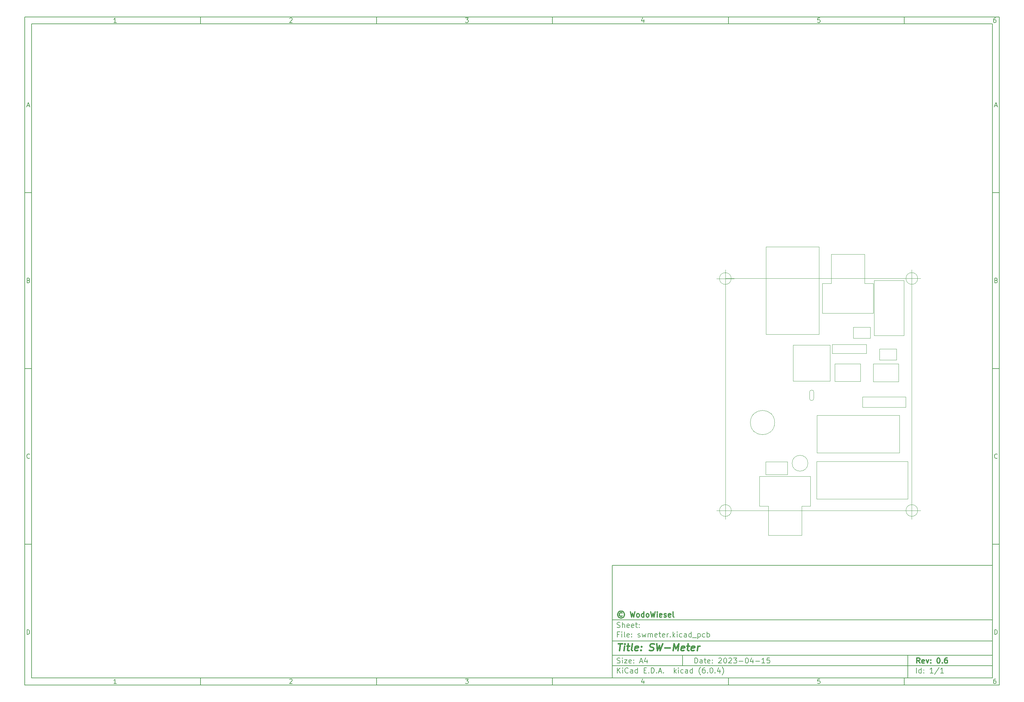
<source format=gbr>
%TF.GenerationSoftware,KiCad,Pcbnew,(6.0.4)*%
%TF.CreationDate,2023-10-13T17:31:40+02:00*%
%TF.ProjectId,swmeter,73776d65-7465-4722-9e6b-696361645f70,0.6*%
%TF.SameCoordinates,PXc773920PY8f69de0*%
%TF.FileFunction,Other,User*%
%FSLAX46Y46*%
G04 Gerber Fmt 4.6, Leading zero omitted, Abs format (unit mm)*
G04 Created by KiCad (PCBNEW (6.0.4)) date 2023-10-13 17:31:40*
%MOMM*%
%LPD*%
G01*
G04 APERTURE LIST*
%ADD10C,0.100000*%
%ADD11C,0.150000*%
%ADD12C,0.300000*%
%ADD13C,0.400000*%
%TA.AperFunction,Profile*%
%ADD14C,0.100000*%
%TD*%
%ADD15C,0.050000*%
G04 APERTURE END LIST*
D10*
D11*
X-32137800Y-15627200D02*
X-32137800Y-47627200D01*
X75862200Y-47627200D01*
X75862200Y-15627200D01*
X-32137800Y-15627200D01*
D10*
D11*
X-199140000Y140380000D02*
X-199140000Y-49627200D01*
X77862200Y-49627200D01*
X77862200Y140380000D01*
X-199140000Y140380000D01*
D10*
D11*
X-197140000Y138380000D02*
X-197140000Y-47627200D01*
X75862200Y-47627200D01*
X75862200Y138380000D01*
X-197140000Y138380000D01*
D10*
D11*
X-149140000Y138380000D02*
X-149140000Y140380000D01*
D10*
D11*
X-99140000Y138380000D02*
X-99140000Y140380000D01*
D10*
D11*
X-49140000Y138380000D02*
X-49140000Y140380000D01*
D10*
D11*
X860000Y138380000D02*
X860000Y140380000D01*
D10*
D11*
X50860000Y138380000D02*
X50860000Y140380000D01*
D10*
D11*
X-173074524Y138791905D02*
X-173817381Y138791905D01*
X-173445953Y138791905D02*
X-173445953Y140091905D01*
X-173569762Y139906191D01*
X-173693572Y139782381D01*
X-173817381Y139720477D01*
D10*
D11*
X-123817381Y139968096D02*
X-123755477Y140030000D01*
X-123631667Y140091905D01*
X-123322143Y140091905D01*
X-123198334Y140030000D01*
X-123136429Y139968096D01*
X-123074524Y139844286D01*
X-123074524Y139720477D01*
X-123136429Y139534762D01*
X-123879286Y138791905D01*
X-123074524Y138791905D01*
D10*
D11*
X-73879286Y140091905D02*
X-73074524Y140091905D01*
X-73507858Y139596667D01*
X-73322143Y139596667D01*
X-73198334Y139534762D01*
X-73136429Y139472858D01*
X-73074524Y139349048D01*
X-73074524Y139039524D01*
X-73136429Y138915715D01*
X-73198334Y138853810D01*
X-73322143Y138791905D01*
X-73693572Y138791905D01*
X-73817381Y138853810D01*
X-73879286Y138915715D01*
D10*
D11*
X-23198334Y139658572D02*
X-23198334Y138791905D01*
X-23507858Y140153810D02*
X-23817381Y139225239D01*
X-23012620Y139225239D01*
D10*
D11*
X26863571Y140091905D02*
X26244523Y140091905D01*
X26182619Y139472858D01*
X26244523Y139534762D01*
X26368333Y139596667D01*
X26677857Y139596667D01*
X26801666Y139534762D01*
X26863571Y139472858D01*
X26925476Y139349048D01*
X26925476Y139039524D01*
X26863571Y138915715D01*
X26801666Y138853810D01*
X26677857Y138791905D01*
X26368333Y138791905D01*
X26244523Y138853810D01*
X26182619Y138915715D01*
D10*
D11*
X76801666Y140091905D02*
X76554047Y140091905D01*
X76430238Y140030000D01*
X76368333Y139968096D01*
X76244523Y139782381D01*
X76182619Y139534762D01*
X76182619Y139039524D01*
X76244523Y138915715D01*
X76306428Y138853810D01*
X76430238Y138791905D01*
X76677857Y138791905D01*
X76801666Y138853810D01*
X76863571Y138915715D01*
X76925476Y139039524D01*
X76925476Y139349048D01*
X76863571Y139472858D01*
X76801666Y139534762D01*
X76677857Y139596667D01*
X76430238Y139596667D01*
X76306428Y139534762D01*
X76244523Y139472858D01*
X76182619Y139349048D01*
D10*
D11*
X-149140000Y-47627200D02*
X-149140000Y-49627200D01*
D10*
D11*
X-99140000Y-47627200D02*
X-99140000Y-49627200D01*
D10*
D11*
X-49140000Y-47627200D02*
X-49140000Y-49627200D01*
D10*
D11*
X860000Y-47627200D02*
X860000Y-49627200D01*
D10*
D11*
X50860000Y-47627200D02*
X50860000Y-49627200D01*
D10*
D11*
X-173074524Y-49215295D02*
X-173817381Y-49215295D01*
X-173445953Y-49215295D02*
X-173445953Y-47915295D01*
X-173569762Y-48101009D01*
X-173693572Y-48224819D01*
X-173817381Y-48286723D01*
D10*
D11*
X-123817381Y-48039104D02*
X-123755477Y-47977200D01*
X-123631667Y-47915295D01*
X-123322143Y-47915295D01*
X-123198334Y-47977200D01*
X-123136429Y-48039104D01*
X-123074524Y-48162914D01*
X-123074524Y-48286723D01*
X-123136429Y-48472438D01*
X-123879286Y-49215295D01*
X-123074524Y-49215295D01*
D10*
D11*
X-73879286Y-47915295D02*
X-73074524Y-47915295D01*
X-73507858Y-48410533D01*
X-73322143Y-48410533D01*
X-73198334Y-48472438D01*
X-73136429Y-48534342D01*
X-73074524Y-48658152D01*
X-73074524Y-48967676D01*
X-73136429Y-49091485D01*
X-73198334Y-49153390D01*
X-73322143Y-49215295D01*
X-73693572Y-49215295D01*
X-73817381Y-49153390D01*
X-73879286Y-49091485D01*
D10*
D11*
X-23198334Y-48348628D02*
X-23198334Y-49215295D01*
X-23507858Y-47853390D02*
X-23817381Y-48781961D01*
X-23012620Y-48781961D01*
D10*
D11*
X26863571Y-47915295D02*
X26244523Y-47915295D01*
X26182619Y-48534342D01*
X26244523Y-48472438D01*
X26368333Y-48410533D01*
X26677857Y-48410533D01*
X26801666Y-48472438D01*
X26863571Y-48534342D01*
X26925476Y-48658152D01*
X26925476Y-48967676D01*
X26863571Y-49091485D01*
X26801666Y-49153390D01*
X26677857Y-49215295D01*
X26368333Y-49215295D01*
X26244523Y-49153390D01*
X26182619Y-49091485D01*
D10*
D11*
X76801666Y-47915295D02*
X76554047Y-47915295D01*
X76430238Y-47977200D01*
X76368333Y-48039104D01*
X76244523Y-48224819D01*
X76182619Y-48472438D01*
X76182619Y-48967676D01*
X76244523Y-49091485D01*
X76306428Y-49153390D01*
X76430238Y-49215295D01*
X76677857Y-49215295D01*
X76801666Y-49153390D01*
X76863571Y-49091485D01*
X76925476Y-48967676D01*
X76925476Y-48658152D01*
X76863571Y-48534342D01*
X76801666Y-48472438D01*
X76677857Y-48410533D01*
X76430238Y-48410533D01*
X76306428Y-48472438D01*
X76244523Y-48534342D01*
X76182619Y-48658152D01*
D10*
D11*
X-199140000Y90380000D02*
X-197140000Y90380000D01*
D10*
D11*
X-199140000Y40380000D02*
X-197140000Y40380000D01*
D10*
D11*
X-199140000Y-9620000D02*
X-197140000Y-9620000D01*
D10*
D11*
X-198449524Y115163334D02*
X-197830477Y115163334D01*
X-198573334Y114791905D02*
X-198140000Y116091905D01*
X-197706667Y114791905D01*
D10*
D11*
X-198047143Y65472858D02*
X-197861429Y65410953D01*
X-197799524Y65349048D01*
X-197737620Y65225239D01*
X-197737620Y65039524D01*
X-197799524Y64915715D01*
X-197861429Y64853810D01*
X-197985239Y64791905D01*
X-198480477Y64791905D01*
X-198480477Y66091905D01*
X-198047143Y66091905D01*
X-197923334Y66030000D01*
X-197861429Y65968096D01*
X-197799524Y65844286D01*
X-197799524Y65720477D01*
X-197861429Y65596667D01*
X-197923334Y65534762D01*
X-198047143Y65472858D01*
X-198480477Y65472858D01*
D10*
D11*
X-197737620Y14915715D02*
X-197799524Y14853810D01*
X-197985239Y14791905D01*
X-198109048Y14791905D01*
X-198294762Y14853810D01*
X-198418572Y14977620D01*
X-198480477Y15101429D01*
X-198542381Y15349048D01*
X-198542381Y15534762D01*
X-198480477Y15782381D01*
X-198418572Y15906191D01*
X-198294762Y16030000D01*
X-198109048Y16091905D01*
X-197985239Y16091905D01*
X-197799524Y16030000D01*
X-197737620Y15968096D01*
D10*
D11*
X-198480477Y-35208095D02*
X-198480477Y-33908095D01*
X-198170953Y-33908095D01*
X-197985239Y-33970000D01*
X-197861429Y-34093809D01*
X-197799524Y-34217619D01*
X-197737620Y-34465238D01*
X-197737620Y-34650952D01*
X-197799524Y-34898571D01*
X-197861429Y-35022380D01*
X-197985239Y-35146190D01*
X-198170953Y-35208095D01*
X-198480477Y-35208095D01*
D10*
D11*
X77862200Y90380000D02*
X75862200Y90380000D01*
D10*
D11*
X77862200Y40380000D02*
X75862200Y40380000D01*
D10*
D11*
X77862200Y-9620000D02*
X75862200Y-9620000D01*
D10*
D11*
X76552676Y115163334D02*
X77171723Y115163334D01*
X76428866Y114791905D02*
X76862200Y116091905D01*
X77295533Y114791905D01*
D10*
D11*
X76955057Y65472858D02*
X77140771Y65410953D01*
X77202676Y65349048D01*
X77264580Y65225239D01*
X77264580Y65039524D01*
X77202676Y64915715D01*
X77140771Y64853810D01*
X77016961Y64791905D01*
X76521723Y64791905D01*
X76521723Y66091905D01*
X76955057Y66091905D01*
X77078866Y66030000D01*
X77140771Y65968096D01*
X77202676Y65844286D01*
X77202676Y65720477D01*
X77140771Y65596667D01*
X77078866Y65534762D01*
X76955057Y65472858D01*
X76521723Y65472858D01*
D10*
D11*
X77264580Y14915715D02*
X77202676Y14853810D01*
X77016961Y14791905D01*
X76893152Y14791905D01*
X76707438Y14853810D01*
X76583628Y14977620D01*
X76521723Y15101429D01*
X76459819Y15349048D01*
X76459819Y15534762D01*
X76521723Y15782381D01*
X76583628Y15906191D01*
X76707438Y16030000D01*
X76893152Y16091905D01*
X77016961Y16091905D01*
X77202676Y16030000D01*
X77264580Y15968096D01*
D10*
D11*
X76521723Y-35208095D02*
X76521723Y-33908095D01*
X76831247Y-33908095D01*
X77016961Y-33970000D01*
X77140771Y-34093809D01*
X77202676Y-34217619D01*
X77264580Y-34465238D01*
X77264580Y-34650952D01*
X77202676Y-34898571D01*
X77140771Y-35022380D01*
X77016961Y-35146190D01*
X76831247Y-35208095D01*
X76521723Y-35208095D01*
D10*
D11*
X-8705658Y-43405771D02*
X-8705658Y-41905771D01*
X-8348515Y-41905771D01*
X-8134229Y-41977200D01*
X-7991372Y-42120057D01*
X-7919943Y-42262914D01*
X-7848515Y-42548628D01*
X-7848515Y-42762914D01*
X-7919943Y-43048628D01*
X-7991372Y-43191485D01*
X-8134229Y-43334342D01*
X-8348515Y-43405771D01*
X-8705658Y-43405771D01*
X-6562800Y-43405771D02*
X-6562800Y-42620057D01*
X-6634229Y-42477200D01*
X-6777086Y-42405771D01*
X-7062800Y-42405771D01*
X-7205658Y-42477200D01*
X-6562800Y-43334342D02*
X-6705658Y-43405771D01*
X-7062800Y-43405771D01*
X-7205658Y-43334342D01*
X-7277086Y-43191485D01*
X-7277086Y-43048628D01*
X-7205658Y-42905771D01*
X-7062800Y-42834342D01*
X-6705658Y-42834342D01*
X-6562800Y-42762914D01*
X-6062800Y-42405771D02*
X-5491372Y-42405771D01*
X-5848515Y-41905771D02*
X-5848515Y-43191485D01*
X-5777086Y-43334342D01*
X-5634229Y-43405771D01*
X-5491372Y-43405771D01*
X-4419943Y-43334342D02*
X-4562800Y-43405771D01*
X-4848515Y-43405771D01*
X-4991372Y-43334342D01*
X-5062800Y-43191485D01*
X-5062800Y-42620057D01*
X-4991372Y-42477200D01*
X-4848515Y-42405771D01*
X-4562800Y-42405771D01*
X-4419943Y-42477200D01*
X-4348515Y-42620057D01*
X-4348515Y-42762914D01*
X-5062800Y-42905771D01*
X-3705658Y-43262914D02*
X-3634229Y-43334342D01*
X-3705658Y-43405771D01*
X-3777086Y-43334342D01*
X-3705658Y-43262914D01*
X-3705658Y-43405771D01*
X-3705658Y-42477200D02*
X-3634229Y-42548628D01*
X-3705658Y-42620057D01*
X-3777086Y-42548628D01*
X-3705658Y-42477200D01*
X-3705658Y-42620057D01*
X-1919943Y-42048628D02*
X-1848515Y-41977200D01*
X-1705658Y-41905771D01*
X-1348515Y-41905771D01*
X-1205658Y-41977200D01*
X-1134229Y-42048628D01*
X-1062800Y-42191485D01*
X-1062800Y-42334342D01*
X-1134229Y-42548628D01*
X-1991372Y-43405771D01*
X-1062800Y-43405771D01*
X-134229Y-41905771D02*
X8628Y-41905771D01*
X151485Y-41977200D01*
X222914Y-42048628D01*
X294342Y-42191485D01*
X365771Y-42477200D01*
X365771Y-42834342D01*
X294342Y-43120057D01*
X222914Y-43262914D01*
X151485Y-43334342D01*
X8628Y-43405771D01*
X-134229Y-43405771D01*
X-277086Y-43334342D01*
X-348515Y-43262914D01*
X-419943Y-43120057D01*
X-491372Y-42834342D01*
X-491372Y-42477200D01*
X-419943Y-42191485D01*
X-348515Y-42048628D01*
X-277086Y-41977200D01*
X-134229Y-41905771D01*
X937200Y-42048628D02*
X1008628Y-41977200D01*
X1151485Y-41905771D01*
X1508628Y-41905771D01*
X1651485Y-41977200D01*
X1722914Y-42048628D01*
X1794342Y-42191485D01*
X1794342Y-42334342D01*
X1722914Y-42548628D01*
X865771Y-43405771D01*
X1794342Y-43405771D01*
X2294342Y-41905771D02*
X3222914Y-41905771D01*
X2722914Y-42477200D01*
X2937200Y-42477200D01*
X3080057Y-42548628D01*
X3151485Y-42620057D01*
X3222914Y-42762914D01*
X3222914Y-43120057D01*
X3151485Y-43262914D01*
X3080057Y-43334342D01*
X2937200Y-43405771D01*
X2508628Y-43405771D01*
X2365771Y-43334342D01*
X2294342Y-43262914D01*
X3865771Y-42834342D02*
X5008628Y-42834342D01*
X6008628Y-41905771D02*
X6151485Y-41905771D01*
X6294342Y-41977200D01*
X6365771Y-42048628D01*
X6437200Y-42191485D01*
X6508628Y-42477200D01*
X6508628Y-42834342D01*
X6437200Y-43120057D01*
X6365771Y-43262914D01*
X6294342Y-43334342D01*
X6151485Y-43405771D01*
X6008628Y-43405771D01*
X5865771Y-43334342D01*
X5794342Y-43262914D01*
X5722914Y-43120057D01*
X5651485Y-42834342D01*
X5651485Y-42477200D01*
X5722914Y-42191485D01*
X5794342Y-42048628D01*
X5865771Y-41977200D01*
X6008628Y-41905771D01*
X7794342Y-42405771D02*
X7794342Y-43405771D01*
X7437200Y-41834342D02*
X7080057Y-42905771D01*
X8008628Y-42905771D01*
X8580057Y-42834342D02*
X9722914Y-42834342D01*
X11222914Y-43405771D02*
X10365771Y-43405771D01*
X10794342Y-43405771D02*
X10794342Y-41905771D01*
X10651485Y-42120057D01*
X10508628Y-42262914D01*
X10365771Y-42334342D01*
X12580057Y-41905771D02*
X11865771Y-41905771D01*
X11794342Y-42620057D01*
X11865771Y-42548628D01*
X12008628Y-42477200D01*
X12365771Y-42477200D01*
X12508628Y-42548628D01*
X12580057Y-42620057D01*
X12651485Y-42762914D01*
X12651485Y-43120057D01*
X12580057Y-43262914D01*
X12508628Y-43334342D01*
X12365771Y-43405771D01*
X12008628Y-43405771D01*
X11865771Y-43334342D01*
X11794342Y-43262914D01*
D10*
D11*
X-32137800Y-44127200D02*
X75862200Y-44127200D01*
D10*
D11*
X-30705658Y-46205771D02*
X-30705658Y-44705771D01*
X-29848515Y-46205771D02*
X-30491372Y-45348628D01*
X-29848515Y-44705771D02*
X-30705658Y-45562914D01*
X-29205658Y-46205771D02*
X-29205658Y-45205771D01*
X-29205658Y-44705771D02*
X-29277086Y-44777200D01*
X-29205658Y-44848628D01*
X-29134229Y-44777200D01*
X-29205658Y-44705771D01*
X-29205658Y-44848628D01*
X-27634229Y-46062914D02*
X-27705658Y-46134342D01*
X-27919943Y-46205771D01*
X-28062800Y-46205771D01*
X-28277086Y-46134342D01*
X-28419943Y-45991485D01*
X-28491372Y-45848628D01*
X-28562800Y-45562914D01*
X-28562800Y-45348628D01*
X-28491372Y-45062914D01*
X-28419943Y-44920057D01*
X-28277086Y-44777200D01*
X-28062800Y-44705771D01*
X-27919943Y-44705771D01*
X-27705658Y-44777200D01*
X-27634229Y-44848628D01*
X-26348515Y-46205771D02*
X-26348515Y-45420057D01*
X-26419943Y-45277200D01*
X-26562800Y-45205771D01*
X-26848515Y-45205771D01*
X-26991372Y-45277200D01*
X-26348515Y-46134342D02*
X-26491372Y-46205771D01*
X-26848515Y-46205771D01*
X-26991372Y-46134342D01*
X-27062800Y-45991485D01*
X-27062800Y-45848628D01*
X-26991372Y-45705771D01*
X-26848515Y-45634342D01*
X-26491372Y-45634342D01*
X-26348515Y-45562914D01*
X-24991372Y-46205771D02*
X-24991372Y-44705771D01*
X-24991372Y-46134342D02*
X-25134229Y-46205771D01*
X-25419943Y-46205771D01*
X-25562800Y-46134342D01*
X-25634229Y-46062914D01*
X-25705658Y-45920057D01*
X-25705658Y-45491485D01*
X-25634229Y-45348628D01*
X-25562800Y-45277200D01*
X-25419943Y-45205771D01*
X-25134229Y-45205771D01*
X-24991372Y-45277200D01*
X-23134229Y-45420057D02*
X-22634229Y-45420057D01*
X-22419943Y-46205771D02*
X-23134229Y-46205771D01*
X-23134229Y-44705771D01*
X-22419943Y-44705771D01*
X-21777086Y-46062914D02*
X-21705658Y-46134342D01*
X-21777086Y-46205771D01*
X-21848515Y-46134342D01*
X-21777086Y-46062914D01*
X-21777086Y-46205771D01*
X-21062800Y-46205771D02*
X-21062800Y-44705771D01*
X-20705658Y-44705771D01*
X-20491372Y-44777200D01*
X-20348515Y-44920057D01*
X-20277086Y-45062914D01*
X-20205658Y-45348628D01*
X-20205658Y-45562914D01*
X-20277086Y-45848628D01*
X-20348515Y-45991485D01*
X-20491372Y-46134342D01*
X-20705658Y-46205771D01*
X-21062800Y-46205771D01*
X-19562800Y-46062914D02*
X-19491372Y-46134342D01*
X-19562800Y-46205771D01*
X-19634229Y-46134342D01*
X-19562800Y-46062914D01*
X-19562800Y-46205771D01*
X-18919943Y-45777200D02*
X-18205658Y-45777200D01*
X-19062800Y-46205771D02*
X-18562800Y-44705771D01*
X-18062800Y-46205771D01*
X-17562800Y-46062914D02*
X-17491372Y-46134342D01*
X-17562800Y-46205771D01*
X-17634229Y-46134342D01*
X-17562800Y-46062914D01*
X-17562800Y-46205771D01*
X-14562800Y-46205771D02*
X-14562800Y-44705771D01*
X-14419943Y-45634342D02*
X-13991372Y-46205771D01*
X-13991372Y-45205771D02*
X-14562800Y-45777200D01*
X-13348515Y-46205771D02*
X-13348515Y-45205771D01*
X-13348515Y-44705771D02*
X-13419943Y-44777200D01*
X-13348515Y-44848628D01*
X-13277086Y-44777200D01*
X-13348515Y-44705771D01*
X-13348515Y-44848628D01*
X-11991372Y-46134342D02*
X-12134229Y-46205771D01*
X-12419943Y-46205771D01*
X-12562800Y-46134342D01*
X-12634229Y-46062914D01*
X-12705658Y-45920057D01*
X-12705658Y-45491485D01*
X-12634229Y-45348628D01*
X-12562800Y-45277200D01*
X-12419943Y-45205771D01*
X-12134229Y-45205771D01*
X-11991372Y-45277200D01*
X-10705658Y-46205771D02*
X-10705658Y-45420057D01*
X-10777086Y-45277200D01*
X-10919943Y-45205771D01*
X-11205658Y-45205771D01*
X-11348515Y-45277200D01*
X-10705658Y-46134342D02*
X-10848515Y-46205771D01*
X-11205658Y-46205771D01*
X-11348515Y-46134342D01*
X-11419943Y-45991485D01*
X-11419943Y-45848628D01*
X-11348515Y-45705771D01*
X-11205658Y-45634342D01*
X-10848515Y-45634342D01*
X-10705658Y-45562914D01*
X-9348515Y-46205771D02*
X-9348515Y-44705771D01*
X-9348515Y-46134342D02*
X-9491372Y-46205771D01*
X-9777086Y-46205771D01*
X-9919943Y-46134342D01*
X-9991372Y-46062914D01*
X-10062800Y-45920057D01*
X-10062800Y-45491485D01*
X-9991372Y-45348628D01*
X-9919943Y-45277200D01*
X-9777086Y-45205771D01*
X-9491372Y-45205771D01*
X-9348515Y-45277200D01*
X-7062800Y-46777200D02*
X-7134229Y-46705771D01*
X-7277086Y-46491485D01*
X-7348515Y-46348628D01*
X-7419943Y-46134342D01*
X-7491372Y-45777200D01*
X-7491372Y-45491485D01*
X-7419943Y-45134342D01*
X-7348515Y-44920057D01*
X-7277086Y-44777200D01*
X-7134229Y-44562914D01*
X-7062800Y-44491485D01*
X-5848515Y-44705771D02*
X-6134229Y-44705771D01*
X-6277086Y-44777200D01*
X-6348515Y-44848628D01*
X-6491372Y-45062914D01*
X-6562800Y-45348628D01*
X-6562800Y-45920057D01*
X-6491372Y-46062914D01*
X-6419943Y-46134342D01*
X-6277086Y-46205771D01*
X-5991372Y-46205771D01*
X-5848515Y-46134342D01*
X-5777086Y-46062914D01*
X-5705658Y-45920057D01*
X-5705658Y-45562914D01*
X-5777086Y-45420057D01*
X-5848515Y-45348628D01*
X-5991372Y-45277200D01*
X-6277086Y-45277200D01*
X-6419943Y-45348628D01*
X-6491372Y-45420057D01*
X-6562800Y-45562914D01*
X-5062800Y-46062914D02*
X-4991372Y-46134342D01*
X-5062800Y-46205771D01*
X-5134229Y-46134342D01*
X-5062800Y-46062914D01*
X-5062800Y-46205771D01*
X-4062800Y-44705771D02*
X-3919943Y-44705771D01*
X-3777086Y-44777200D01*
X-3705658Y-44848628D01*
X-3634229Y-44991485D01*
X-3562800Y-45277200D01*
X-3562800Y-45634342D01*
X-3634229Y-45920057D01*
X-3705658Y-46062914D01*
X-3777086Y-46134342D01*
X-3919943Y-46205771D01*
X-4062800Y-46205771D01*
X-4205658Y-46134342D01*
X-4277086Y-46062914D01*
X-4348515Y-45920057D01*
X-4419943Y-45634342D01*
X-4419943Y-45277200D01*
X-4348515Y-44991485D01*
X-4277086Y-44848628D01*
X-4205658Y-44777200D01*
X-4062800Y-44705771D01*
X-2919943Y-46062914D02*
X-2848515Y-46134342D01*
X-2919943Y-46205771D01*
X-2991372Y-46134342D01*
X-2919943Y-46062914D01*
X-2919943Y-46205771D01*
X-1562800Y-45205771D02*
X-1562800Y-46205771D01*
X-1919943Y-44634342D02*
X-2277086Y-45705771D01*
X-1348515Y-45705771D01*
X-919943Y-46777200D02*
X-848515Y-46705771D01*
X-705658Y-46491485D01*
X-634229Y-46348628D01*
X-562800Y-46134342D01*
X-491372Y-45777200D01*
X-491372Y-45491485D01*
X-562800Y-45134342D01*
X-634229Y-44920057D01*
X-705658Y-44777200D01*
X-848515Y-44562914D01*
X-919943Y-44491485D01*
D10*
D11*
X-32137800Y-41127200D02*
X75862200Y-41127200D01*
D10*
D12*
X55271485Y-43405771D02*
X54771485Y-42691485D01*
X54414342Y-43405771D02*
X54414342Y-41905771D01*
X54985771Y-41905771D01*
X55128628Y-41977200D01*
X55200057Y-42048628D01*
X55271485Y-42191485D01*
X55271485Y-42405771D01*
X55200057Y-42548628D01*
X55128628Y-42620057D01*
X54985771Y-42691485D01*
X54414342Y-42691485D01*
X56485771Y-43334342D02*
X56342914Y-43405771D01*
X56057200Y-43405771D01*
X55914342Y-43334342D01*
X55842914Y-43191485D01*
X55842914Y-42620057D01*
X55914342Y-42477200D01*
X56057200Y-42405771D01*
X56342914Y-42405771D01*
X56485771Y-42477200D01*
X56557200Y-42620057D01*
X56557200Y-42762914D01*
X55842914Y-42905771D01*
X57057200Y-42405771D02*
X57414342Y-43405771D01*
X57771485Y-42405771D01*
X58342914Y-43262914D02*
X58414342Y-43334342D01*
X58342914Y-43405771D01*
X58271485Y-43334342D01*
X58342914Y-43262914D01*
X58342914Y-43405771D01*
X58342914Y-42477200D02*
X58414342Y-42548628D01*
X58342914Y-42620057D01*
X58271485Y-42548628D01*
X58342914Y-42477200D01*
X58342914Y-42620057D01*
X60485771Y-41905771D02*
X60628628Y-41905771D01*
X60771485Y-41977200D01*
X60842914Y-42048628D01*
X60914342Y-42191485D01*
X60985771Y-42477200D01*
X60985771Y-42834342D01*
X60914342Y-43120057D01*
X60842914Y-43262914D01*
X60771485Y-43334342D01*
X60628628Y-43405771D01*
X60485771Y-43405771D01*
X60342914Y-43334342D01*
X60271485Y-43262914D01*
X60200057Y-43120057D01*
X60128628Y-42834342D01*
X60128628Y-42477200D01*
X60200057Y-42191485D01*
X60271485Y-42048628D01*
X60342914Y-41977200D01*
X60485771Y-41905771D01*
X61628628Y-43262914D02*
X61700057Y-43334342D01*
X61628628Y-43405771D01*
X61557200Y-43334342D01*
X61628628Y-43262914D01*
X61628628Y-43405771D01*
X62985771Y-41905771D02*
X62700057Y-41905771D01*
X62557200Y-41977200D01*
X62485771Y-42048628D01*
X62342914Y-42262914D01*
X62271485Y-42548628D01*
X62271485Y-43120057D01*
X62342914Y-43262914D01*
X62414342Y-43334342D01*
X62557200Y-43405771D01*
X62842914Y-43405771D01*
X62985771Y-43334342D01*
X63057200Y-43262914D01*
X63128628Y-43120057D01*
X63128628Y-42762914D01*
X63057200Y-42620057D01*
X62985771Y-42548628D01*
X62842914Y-42477200D01*
X62557200Y-42477200D01*
X62414342Y-42548628D01*
X62342914Y-42620057D01*
X62271485Y-42762914D01*
D10*
D11*
X-30777086Y-43334342D02*
X-30562800Y-43405771D01*
X-30205658Y-43405771D01*
X-30062800Y-43334342D01*
X-29991372Y-43262914D01*
X-29919943Y-43120057D01*
X-29919943Y-42977200D01*
X-29991372Y-42834342D01*
X-30062800Y-42762914D01*
X-30205658Y-42691485D01*
X-30491372Y-42620057D01*
X-30634229Y-42548628D01*
X-30705658Y-42477200D01*
X-30777086Y-42334342D01*
X-30777086Y-42191485D01*
X-30705658Y-42048628D01*
X-30634229Y-41977200D01*
X-30491372Y-41905771D01*
X-30134229Y-41905771D01*
X-29919943Y-41977200D01*
X-29277086Y-43405771D02*
X-29277086Y-42405771D01*
X-29277086Y-41905771D02*
X-29348515Y-41977200D01*
X-29277086Y-42048628D01*
X-29205658Y-41977200D01*
X-29277086Y-41905771D01*
X-29277086Y-42048628D01*
X-28705658Y-42405771D02*
X-27919943Y-42405771D01*
X-28705658Y-43405771D01*
X-27919943Y-43405771D01*
X-26777086Y-43334342D02*
X-26919943Y-43405771D01*
X-27205658Y-43405771D01*
X-27348515Y-43334342D01*
X-27419943Y-43191485D01*
X-27419943Y-42620057D01*
X-27348515Y-42477200D01*
X-27205658Y-42405771D01*
X-26919943Y-42405771D01*
X-26777086Y-42477200D01*
X-26705658Y-42620057D01*
X-26705658Y-42762914D01*
X-27419943Y-42905771D01*
X-26062800Y-43262914D02*
X-25991372Y-43334342D01*
X-26062800Y-43405771D01*
X-26134229Y-43334342D01*
X-26062800Y-43262914D01*
X-26062800Y-43405771D01*
X-26062800Y-42477200D02*
X-25991372Y-42548628D01*
X-26062800Y-42620057D01*
X-26134229Y-42548628D01*
X-26062800Y-42477200D01*
X-26062800Y-42620057D01*
X-24277086Y-42977200D02*
X-23562800Y-42977200D01*
X-24419943Y-43405771D02*
X-23919943Y-41905771D01*
X-23419943Y-43405771D01*
X-22277086Y-42405771D02*
X-22277086Y-43405771D01*
X-22634229Y-41834342D02*
X-22991372Y-42905771D01*
X-22062800Y-42905771D01*
D10*
D11*
X54294342Y-46205771D02*
X54294342Y-44705771D01*
X55651485Y-46205771D02*
X55651485Y-44705771D01*
X55651485Y-46134342D02*
X55508628Y-46205771D01*
X55222914Y-46205771D01*
X55080057Y-46134342D01*
X55008628Y-46062914D01*
X54937200Y-45920057D01*
X54937200Y-45491485D01*
X55008628Y-45348628D01*
X55080057Y-45277200D01*
X55222914Y-45205771D01*
X55508628Y-45205771D01*
X55651485Y-45277200D01*
X56365771Y-46062914D02*
X56437200Y-46134342D01*
X56365771Y-46205771D01*
X56294342Y-46134342D01*
X56365771Y-46062914D01*
X56365771Y-46205771D01*
X56365771Y-45277200D02*
X56437200Y-45348628D01*
X56365771Y-45420057D01*
X56294342Y-45348628D01*
X56365771Y-45277200D01*
X56365771Y-45420057D01*
X59008628Y-46205771D02*
X58151485Y-46205771D01*
X58580057Y-46205771D02*
X58580057Y-44705771D01*
X58437200Y-44920057D01*
X58294342Y-45062914D01*
X58151485Y-45134342D01*
X60722914Y-44634342D02*
X59437200Y-46562914D01*
X62008628Y-46205771D02*
X61151485Y-46205771D01*
X61580057Y-46205771D02*
X61580057Y-44705771D01*
X61437200Y-44920057D01*
X61294342Y-45062914D01*
X61151485Y-45134342D01*
D10*
D11*
X-32137800Y-37127200D02*
X75862200Y-37127200D01*
D10*
D13*
X-30425420Y-37831961D02*
X-29282562Y-37831961D01*
X-30103991Y-39831961D02*
X-29853991Y-37831961D01*
X-28865896Y-39831961D02*
X-28699229Y-38498628D01*
X-28615896Y-37831961D02*
X-28723039Y-37927200D01*
X-28639705Y-38022438D01*
X-28532562Y-37927200D01*
X-28615896Y-37831961D01*
X-28639705Y-38022438D01*
X-28032562Y-38498628D02*
X-27270658Y-38498628D01*
X-27663515Y-37831961D02*
X-27877800Y-39546247D01*
X-27806372Y-39736723D01*
X-27627800Y-39831961D01*
X-27437324Y-39831961D01*
X-26484943Y-39831961D02*
X-26663515Y-39736723D01*
X-26734943Y-39546247D01*
X-26520658Y-37831961D01*
X-24949229Y-39736723D02*
X-25151610Y-39831961D01*
X-25532562Y-39831961D01*
X-25711134Y-39736723D01*
X-25782562Y-39546247D01*
X-25687324Y-38784342D01*
X-25568277Y-38593866D01*
X-25365896Y-38498628D01*
X-24984943Y-38498628D01*
X-24806372Y-38593866D01*
X-24734943Y-38784342D01*
X-24758753Y-38974819D01*
X-25734943Y-39165295D01*
X-23984943Y-39641485D02*
X-23901610Y-39736723D01*
X-24008753Y-39831961D01*
X-24092086Y-39736723D01*
X-23984943Y-39641485D01*
X-24008753Y-39831961D01*
X-23853991Y-38593866D02*
X-23770658Y-38689104D01*
X-23877800Y-38784342D01*
X-23961134Y-38689104D01*
X-23853991Y-38593866D01*
X-23877800Y-38784342D01*
X-21615896Y-39736723D02*
X-21342086Y-39831961D01*
X-20865896Y-39831961D01*
X-20663515Y-39736723D01*
X-20556372Y-39641485D01*
X-20437324Y-39451009D01*
X-20413515Y-39260533D01*
X-20484943Y-39070057D01*
X-20568277Y-38974819D01*
X-20746848Y-38879580D01*
X-21115896Y-38784342D01*
X-21294467Y-38689104D01*
X-21377800Y-38593866D01*
X-21449229Y-38403390D01*
X-21425420Y-38212914D01*
X-21306372Y-38022438D01*
X-21199229Y-37927200D01*
X-20996848Y-37831961D01*
X-20520658Y-37831961D01*
X-20246848Y-37927200D01*
X-19568277Y-37831961D02*
X-19342086Y-39831961D01*
X-18782562Y-38403390D01*
X-18580181Y-39831961D01*
X-17853991Y-37831961D01*
X-17246848Y-39070057D02*
X-15723039Y-39070057D01*
X-14865896Y-39831961D02*
X-14615896Y-37831961D01*
X-14127800Y-39260533D01*
X-13282562Y-37831961D01*
X-13532562Y-39831961D01*
X-11806372Y-39736723D02*
X-12008753Y-39831961D01*
X-12389705Y-39831961D01*
X-12568277Y-39736723D01*
X-12639705Y-39546247D01*
X-12544467Y-38784342D01*
X-12425420Y-38593866D01*
X-12223039Y-38498628D01*
X-11842086Y-38498628D01*
X-11663515Y-38593866D01*
X-11592086Y-38784342D01*
X-11615896Y-38974819D01*
X-12592086Y-39165295D01*
X-10984943Y-38498628D02*
X-10223039Y-38498628D01*
X-10615896Y-37831961D02*
X-10830181Y-39546247D01*
X-10758753Y-39736723D01*
X-10580181Y-39831961D01*
X-10389705Y-39831961D01*
X-8949229Y-39736723D02*
X-9151610Y-39831961D01*
X-9532562Y-39831961D01*
X-9711134Y-39736723D01*
X-9782562Y-39546247D01*
X-9687324Y-38784342D01*
X-9568277Y-38593866D01*
X-9365896Y-38498628D01*
X-8984943Y-38498628D01*
X-8806372Y-38593866D01*
X-8734943Y-38784342D01*
X-8758753Y-38974819D01*
X-9734943Y-39165295D01*
X-8008753Y-39831961D02*
X-7842086Y-38498628D01*
X-7889705Y-38879580D02*
X-7770658Y-38689104D01*
X-7663515Y-38593866D01*
X-7461134Y-38498628D01*
X-7270658Y-38498628D01*
D10*
D11*
X-30205658Y-35220057D02*
X-30705658Y-35220057D01*
X-30705658Y-36005771D02*
X-30705658Y-34505771D01*
X-29991372Y-34505771D01*
X-29419943Y-36005771D02*
X-29419943Y-35005771D01*
X-29419943Y-34505771D02*
X-29491372Y-34577200D01*
X-29419943Y-34648628D01*
X-29348515Y-34577200D01*
X-29419943Y-34505771D01*
X-29419943Y-34648628D01*
X-28491372Y-36005771D02*
X-28634229Y-35934342D01*
X-28705658Y-35791485D01*
X-28705658Y-34505771D01*
X-27348515Y-35934342D02*
X-27491372Y-36005771D01*
X-27777086Y-36005771D01*
X-27919943Y-35934342D01*
X-27991372Y-35791485D01*
X-27991372Y-35220057D01*
X-27919943Y-35077200D01*
X-27777086Y-35005771D01*
X-27491372Y-35005771D01*
X-27348515Y-35077200D01*
X-27277086Y-35220057D01*
X-27277086Y-35362914D01*
X-27991372Y-35505771D01*
X-26634229Y-35862914D02*
X-26562800Y-35934342D01*
X-26634229Y-36005771D01*
X-26705658Y-35934342D01*
X-26634229Y-35862914D01*
X-26634229Y-36005771D01*
X-26634229Y-35077200D02*
X-26562800Y-35148628D01*
X-26634229Y-35220057D01*
X-26705658Y-35148628D01*
X-26634229Y-35077200D01*
X-26634229Y-35220057D01*
X-24848515Y-35934342D02*
X-24705658Y-36005771D01*
X-24419943Y-36005771D01*
X-24277086Y-35934342D01*
X-24205658Y-35791485D01*
X-24205658Y-35720057D01*
X-24277086Y-35577200D01*
X-24419943Y-35505771D01*
X-24634229Y-35505771D01*
X-24777086Y-35434342D01*
X-24848515Y-35291485D01*
X-24848515Y-35220057D01*
X-24777086Y-35077200D01*
X-24634229Y-35005771D01*
X-24419943Y-35005771D01*
X-24277086Y-35077200D01*
X-23705658Y-35005771D02*
X-23419943Y-36005771D01*
X-23134229Y-35291485D01*
X-22848515Y-36005771D01*
X-22562800Y-35005771D01*
X-21991372Y-36005771D02*
X-21991372Y-35005771D01*
X-21991372Y-35148628D02*
X-21919943Y-35077200D01*
X-21777086Y-35005771D01*
X-21562800Y-35005771D01*
X-21419943Y-35077200D01*
X-21348515Y-35220057D01*
X-21348515Y-36005771D01*
X-21348515Y-35220057D02*
X-21277086Y-35077200D01*
X-21134229Y-35005771D01*
X-20919943Y-35005771D01*
X-20777086Y-35077200D01*
X-20705658Y-35220057D01*
X-20705658Y-36005771D01*
X-19419943Y-35934342D02*
X-19562800Y-36005771D01*
X-19848515Y-36005771D01*
X-19991372Y-35934342D01*
X-20062800Y-35791485D01*
X-20062800Y-35220057D01*
X-19991372Y-35077200D01*
X-19848515Y-35005771D01*
X-19562800Y-35005771D01*
X-19419943Y-35077200D01*
X-19348515Y-35220057D01*
X-19348515Y-35362914D01*
X-20062800Y-35505771D01*
X-18919943Y-35005771D02*
X-18348515Y-35005771D01*
X-18705658Y-34505771D02*
X-18705658Y-35791485D01*
X-18634229Y-35934342D01*
X-18491372Y-36005771D01*
X-18348515Y-36005771D01*
X-17277086Y-35934342D02*
X-17419943Y-36005771D01*
X-17705658Y-36005771D01*
X-17848515Y-35934342D01*
X-17919943Y-35791485D01*
X-17919943Y-35220057D01*
X-17848515Y-35077200D01*
X-17705658Y-35005771D01*
X-17419943Y-35005771D01*
X-17277086Y-35077200D01*
X-17205658Y-35220057D01*
X-17205658Y-35362914D01*
X-17919943Y-35505771D01*
X-16562800Y-36005771D02*
X-16562800Y-35005771D01*
X-16562800Y-35291485D02*
X-16491372Y-35148628D01*
X-16419943Y-35077200D01*
X-16277086Y-35005771D01*
X-16134229Y-35005771D01*
X-15634229Y-35862914D02*
X-15562800Y-35934342D01*
X-15634229Y-36005771D01*
X-15705658Y-35934342D01*
X-15634229Y-35862914D01*
X-15634229Y-36005771D01*
X-14919943Y-36005771D02*
X-14919943Y-34505771D01*
X-14777086Y-35434342D02*
X-14348515Y-36005771D01*
X-14348515Y-35005771D02*
X-14919943Y-35577200D01*
X-13705658Y-36005771D02*
X-13705658Y-35005771D01*
X-13705658Y-34505771D02*
X-13777086Y-34577200D01*
X-13705658Y-34648628D01*
X-13634229Y-34577200D01*
X-13705658Y-34505771D01*
X-13705658Y-34648628D01*
X-12348515Y-35934342D02*
X-12491372Y-36005771D01*
X-12777086Y-36005771D01*
X-12919943Y-35934342D01*
X-12991372Y-35862914D01*
X-13062800Y-35720057D01*
X-13062800Y-35291485D01*
X-12991372Y-35148628D01*
X-12919943Y-35077200D01*
X-12777086Y-35005771D01*
X-12491372Y-35005771D01*
X-12348515Y-35077200D01*
X-11062800Y-36005771D02*
X-11062800Y-35220057D01*
X-11134229Y-35077200D01*
X-11277086Y-35005771D01*
X-11562800Y-35005771D01*
X-11705658Y-35077200D01*
X-11062800Y-35934342D02*
X-11205658Y-36005771D01*
X-11562800Y-36005771D01*
X-11705658Y-35934342D01*
X-11777086Y-35791485D01*
X-11777086Y-35648628D01*
X-11705658Y-35505771D01*
X-11562800Y-35434342D01*
X-11205658Y-35434342D01*
X-11062800Y-35362914D01*
X-9705658Y-36005771D02*
X-9705658Y-34505771D01*
X-9705658Y-35934342D02*
X-9848515Y-36005771D01*
X-10134229Y-36005771D01*
X-10277086Y-35934342D01*
X-10348515Y-35862914D01*
X-10419943Y-35720057D01*
X-10419943Y-35291485D01*
X-10348515Y-35148628D01*
X-10277086Y-35077200D01*
X-10134229Y-35005771D01*
X-9848515Y-35005771D01*
X-9705658Y-35077200D01*
X-9348515Y-36148628D02*
X-8205658Y-36148628D01*
X-7848515Y-35005771D02*
X-7848515Y-36505771D01*
X-7848515Y-35077200D02*
X-7705658Y-35005771D01*
X-7419943Y-35005771D01*
X-7277086Y-35077200D01*
X-7205658Y-35148628D01*
X-7134229Y-35291485D01*
X-7134229Y-35720057D01*
X-7205658Y-35862914D01*
X-7277086Y-35934342D01*
X-7419943Y-36005771D01*
X-7705658Y-36005771D01*
X-7848515Y-35934342D01*
X-5848515Y-35934342D02*
X-5991372Y-36005771D01*
X-6277086Y-36005771D01*
X-6419943Y-35934342D01*
X-6491372Y-35862914D01*
X-6562800Y-35720057D01*
X-6562800Y-35291485D01*
X-6491372Y-35148628D01*
X-6419943Y-35077200D01*
X-6277086Y-35005771D01*
X-5991372Y-35005771D01*
X-5848515Y-35077200D01*
X-5205658Y-36005771D02*
X-5205658Y-34505771D01*
X-5205658Y-35077200D02*
X-5062800Y-35005771D01*
X-4777086Y-35005771D01*
X-4634229Y-35077200D01*
X-4562800Y-35148628D01*
X-4491372Y-35291485D01*
X-4491372Y-35720057D01*
X-4562800Y-35862914D01*
X-4634229Y-35934342D01*
X-4777086Y-36005771D01*
X-5062800Y-36005771D01*
X-5205658Y-35934342D01*
D10*
D11*
X-32137800Y-31127200D02*
X75862200Y-31127200D01*
D10*
D11*
X-30777086Y-33234342D02*
X-30562800Y-33305771D01*
X-30205658Y-33305771D01*
X-30062800Y-33234342D01*
X-29991372Y-33162914D01*
X-29919943Y-33020057D01*
X-29919943Y-32877200D01*
X-29991372Y-32734342D01*
X-30062800Y-32662914D01*
X-30205658Y-32591485D01*
X-30491372Y-32520057D01*
X-30634229Y-32448628D01*
X-30705658Y-32377200D01*
X-30777086Y-32234342D01*
X-30777086Y-32091485D01*
X-30705658Y-31948628D01*
X-30634229Y-31877200D01*
X-30491372Y-31805771D01*
X-30134229Y-31805771D01*
X-29919943Y-31877200D01*
X-29277086Y-33305771D02*
X-29277086Y-31805771D01*
X-28634229Y-33305771D02*
X-28634229Y-32520057D01*
X-28705658Y-32377200D01*
X-28848515Y-32305771D01*
X-29062800Y-32305771D01*
X-29205658Y-32377200D01*
X-29277086Y-32448628D01*
X-27348515Y-33234342D02*
X-27491372Y-33305771D01*
X-27777086Y-33305771D01*
X-27919943Y-33234342D01*
X-27991372Y-33091485D01*
X-27991372Y-32520057D01*
X-27919943Y-32377200D01*
X-27777086Y-32305771D01*
X-27491372Y-32305771D01*
X-27348515Y-32377200D01*
X-27277086Y-32520057D01*
X-27277086Y-32662914D01*
X-27991372Y-32805771D01*
X-26062800Y-33234342D02*
X-26205658Y-33305771D01*
X-26491372Y-33305771D01*
X-26634229Y-33234342D01*
X-26705658Y-33091485D01*
X-26705658Y-32520057D01*
X-26634229Y-32377200D01*
X-26491372Y-32305771D01*
X-26205658Y-32305771D01*
X-26062800Y-32377200D01*
X-25991372Y-32520057D01*
X-25991372Y-32662914D01*
X-26705658Y-32805771D01*
X-25562800Y-32305771D02*
X-24991372Y-32305771D01*
X-25348515Y-31805771D02*
X-25348515Y-33091485D01*
X-25277086Y-33234342D01*
X-25134229Y-33305771D01*
X-24991372Y-33305771D01*
X-24491372Y-33162914D02*
X-24419943Y-33234342D01*
X-24491372Y-33305771D01*
X-24562800Y-33234342D01*
X-24491372Y-33162914D01*
X-24491372Y-33305771D01*
X-24491372Y-32377200D02*
X-24419943Y-32448628D01*
X-24491372Y-32520057D01*
X-24562800Y-32448628D01*
X-24491372Y-32377200D01*
X-24491372Y-32520057D01*
D10*
D12*
X-29371372Y-29162914D02*
X-29514229Y-29091485D01*
X-29799943Y-29091485D01*
X-29942800Y-29162914D01*
X-30085658Y-29305771D01*
X-30157086Y-29448628D01*
X-30157086Y-29734342D01*
X-30085658Y-29877200D01*
X-29942800Y-30020057D01*
X-29799943Y-30091485D01*
X-29514229Y-30091485D01*
X-29371372Y-30020057D01*
X-29657086Y-28591485D02*
X-30014229Y-28662914D01*
X-30371372Y-28877200D01*
X-30585658Y-29234342D01*
X-30657086Y-29591485D01*
X-30585658Y-29948628D01*
X-30371372Y-30305771D01*
X-30014229Y-30520057D01*
X-29657086Y-30591485D01*
X-29299943Y-30520057D01*
X-28942800Y-30305771D01*
X-28728515Y-29948628D01*
X-28657086Y-29591485D01*
X-28728515Y-29234342D01*
X-28942800Y-28877200D01*
X-29299943Y-28662914D01*
X-29657086Y-28591485D01*
X-27014229Y-28805771D02*
X-26657086Y-30305771D01*
X-26371372Y-29234342D01*
X-26085658Y-30305771D01*
X-25728515Y-28805771D01*
X-24942800Y-30305771D02*
X-25085658Y-30234342D01*
X-25157086Y-30162914D01*
X-25228515Y-30020057D01*
X-25228515Y-29591485D01*
X-25157086Y-29448628D01*
X-25085658Y-29377200D01*
X-24942800Y-29305771D01*
X-24728515Y-29305771D01*
X-24585658Y-29377200D01*
X-24514229Y-29448628D01*
X-24442800Y-29591485D01*
X-24442800Y-30020057D01*
X-24514229Y-30162914D01*
X-24585658Y-30234342D01*
X-24728515Y-30305771D01*
X-24942800Y-30305771D01*
X-23157086Y-30305771D02*
X-23157086Y-28805771D01*
X-23157086Y-30234342D02*
X-23299943Y-30305771D01*
X-23585658Y-30305771D01*
X-23728515Y-30234342D01*
X-23799943Y-30162914D01*
X-23871372Y-30020057D01*
X-23871372Y-29591485D01*
X-23799943Y-29448628D01*
X-23728515Y-29377200D01*
X-23585658Y-29305771D01*
X-23299943Y-29305771D01*
X-23157086Y-29377200D01*
X-22228515Y-30305771D02*
X-22371372Y-30234342D01*
X-22442800Y-30162914D01*
X-22514229Y-30020057D01*
X-22514229Y-29591485D01*
X-22442800Y-29448628D01*
X-22371372Y-29377200D01*
X-22228515Y-29305771D01*
X-22014229Y-29305771D01*
X-21871372Y-29377200D01*
X-21799943Y-29448628D01*
X-21728515Y-29591485D01*
X-21728515Y-30020057D01*
X-21799943Y-30162914D01*
X-21871372Y-30234342D01*
X-22014229Y-30305771D01*
X-22228515Y-30305771D01*
X-21228515Y-28805771D02*
X-20871372Y-30305771D01*
X-20585658Y-29234342D01*
X-20299943Y-30305771D01*
X-19942800Y-28805771D01*
X-19371372Y-30305771D02*
X-19371372Y-29305771D01*
X-19371372Y-28805771D02*
X-19442800Y-28877200D01*
X-19371372Y-28948628D01*
X-19299943Y-28877200D01*
X-19371372Y-28805771D01*
X-19371372Y-28948628D01*
X-18085658Y-30234342D02*
X-18228515Y-30305771D01*
X-18514229Y-30305771D01*
X-18657086Y-30234342D01*
X-18728515Y-30091485D01*
X-18728515Y-29520057D01*
X-18657086Y-29377200D01*
X-18514229Y-29305771D01*
X-18228515Y-29305771D01*
X-18085658Y-29377200D01*
X-18014229Y-29520057D01*
X-18014229Y-29662914D01*
X-18728515Y-29805771D01*
X-17442800Y-30234342D02*
X-17299943Y-30305771D01*
X-17014229Y-30305771D01*
X-16871372Y-30234342D01*
X-16799943Y-30091485D01*
X-16799943Y-30020057D01*
X-16871372Y-29877200D01*
X-17014229Y-29805771D01*
X-17228515Y-29805771D01*
X-17371372Y-29734342D01*
X-17442800Y-29591485D01*
X-17442800Y-29520057D01*
X-17371372Y-29377200D01*
X-17228515Y-29305771D01*
X-17014229Y-29305771D01*
X-16871372Y-29377200D01*
X-15585658Y-30234342D02*
X-15728515Y-30305771D01*
X-16014229Y-30305771D01*
X-16157086Y-30234342D01*
X-16228515Y-30091485D01*
X-16228515Y-29520057D01*
X-16157086Y-29377200D01*
X-16014229Y-29305771D01*
X-15728515Y-29305771D01*
X-15585658Y-29377200D01*
X-15514229Y-29520057D01*
X-15514229Y-29662914D01*
X-16228515Y-29805771D01*
X-14657086Y-30305771D02*
X-14799943Y-30234342D01*
X-14871372Y-30091485D01*
X-14871372Y-28805771D01*
D10*
D11*
D10*
D11*
D10*
D11*
D10*
D11*
D10*
D11*
X-12137800Y-41127200D02*
X-12137800Y-44127200D01*
D10*
D11*
X51862200Y-41127200D02*
X51862200Y-47627200D01*
D14*
X25118000Y33674000D02*
G75*
G03*
X23918000Y33674000I-600000J0D01*
G01*
X52970000Y65990000D02*
X-10000Y65990000D01*
X-10000Y65990000D02*
X-10000Y10000D01*
X-10000Y10000D02*
X52970000Y10000D01*
X52970000Y10000D02*
X52970000Y65990000D01*
X23918000Y31874000D02*
G75*
G03*
X25118000Y31874000I600000J0D01*
G01*
X23918000Y33674000D02*
X23918000Y31874000D01*
X25118000Y33674000D02*
X25118000Y31874000D01*
X54636666Y10000D02*
G75*
G03*
X54636666Y10000I-1666666J0D01*
G01*
X50470000Y10000D02*
X55470000Y10000D01*
X52970000Y2510000D02*
X52970000Y-2490000D01*
X1666666Y0D02*
G75*
G03*
X1666666Y0I-1666666J0D01*
G01*
X-2500000Y0D02*
X2500000Y0D01*
X0Y2500000D02*
X0Y-2500000D01*
X1646666Y65980000D02*
G75*
G03*
X1646666Y65980000I-1666666J0D01*
G01*
X-2520000Y65980000D02*
X2480000Y65980000D01*
X-20000Y68480000D02*
X-20000Y63480000D01*
X54636666Y65990000D02*
G75*
G03*
X54636666Y65990000I-1666666J0D01*
G01*
X50470000Y65990000D02*
X55470000Y65990000D01*
X52970000Y68490000D02*
X52970000Y63490000D01*
D15*
%TO.C,BAR1*%
X25899496Y3283507D02*
X51799496Y3283507D01*
X51799496Y13943507D02*
X25899496Y13943507D01*
X51799496Y3283507D02*
X51799496Y13943507D01*
X25899496Y3283507D02*
X25899496Y13943507D01*
%TO.C,SW2*%
X39542500Y64600000D02*
X42042500Y64600000D01*
X30042500Y64600000D02*
X30042500Y72850000D01*
X42042500Y56100000D02*
X27542500Y56100000D01*
X42042500Y64600000D02*
X42042500Y56100000D01*
X39542500Y72850000D02*
X39542500Y64600000D01*
X30042500Y72850000D02*
X39542500Y72850000D01*
X27542500Y56100000D02*
X27542500Y64600000D01*
X27542500Y64600000D02*
X30042500Y64600000D01*
%TO.C,C1*%
X23450000Y13450000D02*
G75*
G03*
X23450000Y13450000I-2250000J0D01*
G01*
%TO.C,J1*%
X50742500Y65422500D02*
X50742500Y49772500D01*
X42242500Y65422500D02*
X50742500Y65422500D01*
X42242500Y49772500D02*
X42242500Y65422500D01*
X42242500Y49772500D02*
X50742500Y49772500D01*
%TO.C,RV1*%
X31105000Y36705000D02*
X38355000Y36705000D01*
X38355000Y41755000D02*
X31105000Y41755000D01*
X31105000Y41755000D02*
X31105000Y36705000D01*
X38355000Y36705000D02*
X38355000Y41755000D01*
%TO.C,SW1*%
X24190500Y9726500D02*
X24190500Y1226500D01*
X12190500Y-7023500D02*
X12190500Y1226500D01*
X21690500Y-7023500D02*
X12190500Y-7023500D01*
X21690500Y1226500D02*
X21690500Y-7023500D01*
X12190500Y1226500D02*
X9690500Y1226500D01*
X24190500Y1226500D02*
X21690500Y1226500D01*
X9690500Y9726500D02*
X24190500Y9726500D01*
X9690500Y1226500D02*
X9690500Y9726500D01*
%TO.C,J3*%
X36300000Y52130000D02*
X36300000Y49030000D01*
X41150000Y52130000D02*
X36300000Y52130000D01*
X36300000Y49030000D02*
X41150000Y49030000D01*
X41150000Y49030000D02*
X41150000Y52130000D01*
%TO.C,SW3*%
X29695000Y47077500D02*
X19245000Y47077500D01*
X29695000Y36777500D02*
X29695000Y47077500D01*
X19245000Y47077500D02*
X19245000Y36777500D01*
X19245000Y36777500D02*
X29695000Y36777500D01*
%TO.C,D0*%
X30310000Y47230000D02*
X30310000Y44730000D01*
X40030000Y44730000D02*
X40030000Y47230000D01*
X40030000Y47230000D02*
X30310000Y47230000D01*
X30310000Y44730000D02*
X40030000Y44730000D01*
%TO.C,J4*%
X43775000Y42850000D02*
X48625000Y42850000D01*
X48625000Y42850000D02*
X48625000Y45950000D01*
X48625000Y45950000D02*
X43775000Y45950000D01*
X43775000Y45950000D02*
X43775000Y42850000D01*
%TO.C,REF1*%
X13998000Y25016000D02*
G75*
G03*
X13998000Y25016000I-3450000J0D01*
G01*
%TO.C,R1*%
X51222000Y29358000D02*
X51222000Y32358000D01*
X38962000Y32358000D02*
X38962000Y29358000D01*
X38962000Y29358000D02*
X51222000Y29358000D01*
X51222000Y32358000D02*
X38962000Y32358000D01*
%TO.C,U1*%
X49476000Y16374000D02*
X49476000Y27074000D01*
X25976000Y16374000D02*
X49476000Y16374000D01*
X49476000Y27074000D02*
X25976000Y27074000D01*
X25976000Y27074000D02*
X25976000Y16374000D01*
%TO.C,J2*%
X26580000Y75040000D02*
X26580000Y50110000D01*
X11520000Y50110000D02*
X11520000Y75040000D01*
X11520000Y75040000D02*
X26580000Y75040000D01*
X26580000Y50110000D02*
X11520000Y50110000D01*
%TO.C,J0*%
X11455000Y10260000D02*
X17605000Y10260000D01*
X17605000Y10260000D02*
X17605000Y13860000D01*
X11455000Y13860000D02*
X11455000Y10260000D01*
X17605000Y13860000D02*
X11455000Y13860000D01*
%TO.C,RV2*%
X41985000Y41695000D02*
X41985000Y36645000D01*
X49235000Y41695000D02*
X41985000Y41695000D01*
X49235000Y36645000D02*
X49235000Y41695000D01*
X41985000Y36645000D02*
X49235000Y36645000D01*
%TD*%
M02*

</source>
